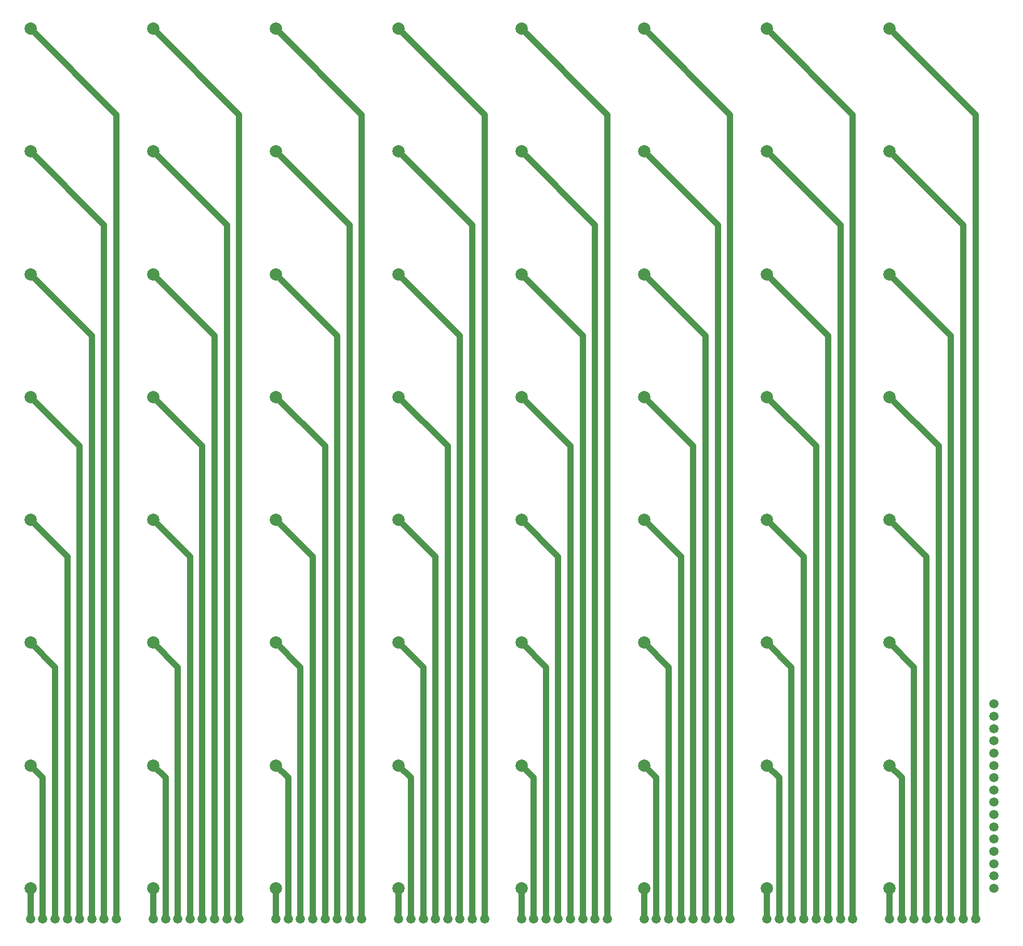
<source format=gbr>
%TF.GenerationSoftware,KiCad,Pcbnew,7.0.9*%
%TF.CreationDate,2024-01-01T16:10:15+05:30*%
%TF.ProjectId,Led_8x8Tower_Base,4c65645f-3878-4385-946f-7765725f4261,rev?*%
%TF.SameCoordinates,Original*%
%TF.FileFunction,Copper,L2,Bot*%
%TF.FilePolarity,Positive*%
%FSLAX46Y46*%
G04 Gerber Fmt 4.6, Leading zero omitted, Abs format (unit mm)*
G04 Created by KiCad (PCBNEW 7.0.9) date 2024-01-01 16:10:15*
%MOMM*%
%LPD*%
G01*
G04 APERTURE LIST*
%TA.AperFunction,ViaPad*%
%ADD10C,1.500000*%
%TD*%
%TA.AperFunction,ViaPad*%
%ADD11C,2.000000*%
%TD*%
%TA.AperFunction,Conductor*%
%ADD12C,1.000000*%
%TD*%
G04 APERTURE END LIST*
D10*
%TO.N,*%
X140000000Y-165000000D03*
X192000000Y-165000000D03*
X94000000Y-165000000D03*
D11*
X110000000Y-140000000D03*
D10*
X78000000Y-165000000D03*
X156000000Y-165000000D03*
D11*
X70000000Y-120000000D03*
D10*
X114000000Y-165000000D03*
X207000000Y-160000000D03*
D11*
X150000000Y-60000000D03*
D10*
X172000000Y-165000000D03*
X200000000Y-165000000D03*
X100000000Y-165000000D03*
D11*
X150000000Y-100000000D03*
X70000000Y-20000000D03*
D10*
X84000000Y-165000000D03*
X184000000Y-165000000D03*
X176000000Y-165000000D03*
D11*
X90000000Y-100000000D03*
X190000000Y-60000000D03*
X150000000Y-140000000D03*
X130000000Y-100000000D03*
X170000000Y-100000000D03*
X70000000Y-160000000D03*
D10*
X207000000Y-132000000D03*
D11*
X190000000Y-120000000D03*
D10*
X182000000Y-165000000D03*
X154000000Y-165000000D03*
D11*
X70000000Y-40000000D03*
D10*
X207000000Y-156000000D03*
X207000000Y-144000000D03*
X132000000Y-165000000D03*
X174000000Y-165000000D03*
X190000000Y-165000000D03*
X138000000Y-165000000D03*
X110000000Y-165000000D03*
D11*
X170000000Y-80000000D03*
D10*
X112000000Y-165000000D03*
X207000000Y-130000000D03*
X102000000Y-165000000D03*
X150000000Y-165000000D03*
D11*
X110000000Y-160000000D03*
X50000000Y-120000000D03*
X170000000Y-140000000D03*
D10*
X160000000Y-165000000D03*
D11*
X170000000Y-60000000D03*
X110000000Y-60000000D03*
D10*
X56000000Y-165000000D03*
X162000000Y-165000000D03*
D11*
X50000000Y-80000000D03*
X130000000Y-20000000D03*
D10*
X196000000Y-165000000D03*
X207000000Y-136000000D03*
D11*
X130000000Y-160000000D03*
X150000000Y-40000000D03*
D10*
X92000000Y-165000000D03*
D11*
X170000000Y-120000000D03*
D10*
X207000000Y-142000000D03*
X116000000Y-165000000D03*
X74000000Y-165000000D03*
X104000000Y-165000000D03*
X152000000Y-165000000D03*
X207000000Y-148000000D03*
X98000000Y-165000000D03*
D11*
X110000000Y-120000000D03*
D10*
X207000000Y-152000000D03*
X204000000Y-165000000D03*
X120000000Y-165000000D03*
D11*
X70000000Y-60000000D03*
X110000000Y-20000000D03*
X170000000Y-20000000D03*
D10*
X158000000Y-165000000D03*
D11*
X130000000Y-80000000D03*
D10*
X96000000Y-165000000D03*
X64000000Y-165000000D03*
X80000000Y-165000000D03*
X142000000Y-165000000D03*
X207000000Y-154000000D03*
X136000000Y-165000000D03*
X50000000Y-165000000D03*
D11*
X50000000Y-60000000D03*
X90000000Y-140000000D03*
X190000000Y-80000000D03*
D10*
X58000000Y-165000000D03*
D11*
X110000000Y-100000000D03*
D10*
X76000000Y-165000000D03*
D11*
X150000000Y-120000000D03*
X50000000Y-40000000D03*
D10*
X82000000Y-165000000D03*
X207000000Y-140000000D03*
X90000000Y-165000000D03*
X207000000Y-138000000D03*
D11*
X190000000Y-140000000D03*
X170000000Y-160000000D03*
D10*
X62000000Y-165000000D03*
X72000000Y-165000000D03*
X144000000Y-165000000D03*
D11*
X110000000Y-80000000D03*
X50000000Y-140000000D03*
X190000000Y-20000000D03*
X190000000Y-40000000D03*
X130000000Y-140000000D03*
D10*
X60000000Y-165000000D03*
X52000000Y-165000000D03*
D11*
X150000000Y-80000000D03*
X190000000Y-100000000D03*
X70000000Y-140000000D03*
D10*
X194000000Y-165000000D03*
D11*
X70000000Y-80000000D03*
D10*
X70000000Y-165000000D03*
X198000000Y-165000000D03*
D11*
X90000000Y-160000000D03*
X70000000Y-100000000D03*
D10*
X134000000Y-165000000D03*
D11*
X90000000Y-80000000D03*
X50000000Y-160000000D03*
D10*
X130000000Y-165000000D03*
X54000000Y-165000000D03*
D11*
X130000000Y-40000000D03*
X50000000Y-20000000D03*
X130000000Y-60000000D03*
X170000000Y-40000000D03*
D10*
X180000000Y-165000000D03*
D11*
X90000000Y-20000000D03*
X90000000Y-60000000D03*
D10*
X170000000Y-165000000D03*
X178000000Y-165000000D03*
D11*
X50000000Y-100000000D03*
D10*
X164000000Y-165000000D03*
X207000000Y-146000000D03*
X207000000Y-150000000D03*
X124000000Y-165000000D03*
X207000000Y-134000000D03*
X202000000Y-165000000D03*
X118000000Y-165000000D03*
D11*
X190000000Y-160000000D03*
D10*
X207000000Y-158000000D03*
D11*
X110000000Y-40000000D03*
X90000000Y-40000000D03*
X150000000Y-20000000D03*
X90000000Y-120000000D03*
X130000000Y-120000000D03*
D10*
X122000000Y-165000000D03*
D11*
X150000000Y-160000000D03*
%TD*%
D12*
%TO.N,*%
X162000000Y-165000000D02*
X162000000Y-52000000D01*
X170000000Y-160000000D02*
X170000000Y-165000000D01*
X96000000Y-106000000D02*
X90000000Y-100000000D01*
X84000000Y-34000000D02*
X84000000Y-165000000D01*
X202000000Y-165000000D02*
X202000000Y-52000000D01*
X90000000Y-140000000D02*
X92000000Y-142000000D01*
X50000000Y-140000000D02*
X52000000Y-142000000D01*
X76000000Y-165000000D02*
X76000000Y-106000000D01*
X82000000Y-52000000D02*
X70000000Y-40000000D01*
X74000000Y-165000000D02*
X74000000Y-124000000D01*
X154000000Y-165000000D02*
X154000000Y-124000000D01*
X114000000Y-165000000D02*
X114000000Y-124000000D01*
X54000000Y-165000000D02*
X54000000Y-124000000D01*
X64000000Y-34000000D02*
X64000000Y-165000000D01*
X156000000Y-106000000D02*
X150000000Y-100000000D01*
X52000000Y-142000000D02*
X52000000Y-165000000D01*
X56000000Y-106000000D02*
X50000000Y-100000000D01*
X78000000Y-88000000D02*
X70000000Y-80000000D01*
X58000000Y-88000000D02*
X50000000Y-80000000D01*
X78000000Y-165000000D02*
X78000000Y-88000000D01*
X70000000Y-160000000D02*
X70000000Y-165000000D01*
X54000000Y-124000000D02*
X50000000Y-120000000D01*
X96000000Y-165000000D02*
X96000000Y-106000000D01*
X150000000Y-20000000D02*
X164000000Y-34000000D01*
X58000000Y-165000000D02*
X58000000Y-88000000D01*
X94000000Y-124000000D02*
X90000000Y-120000000D01*
X94000000Y-165000000D02*
X94000000Y-124000000D01*
X182000000Y-52000000D02*
X170000000Y-40000000D01*
X170000000Y-20000000D02*
X184000000Y-34000000D01*
X100000000Y-165000000D02*
X100000000Y-70000000D01*
X130000000Y-140000000D02*
X132000000Y-142000000D01*
X62000000Y-165000000D02*
X62000000Y-52000000D01*
X134000000Y-124000000D02*
X130000000Y-120000000D01*
X162000000Y-52000000D02*
X150000000Y-40000000D01*
X200000000Y-70000000D02*
X190000000Y-60000000D01*
X194000000Y-124000000D02*
X190000000Y-120000000D01*
X154000000Y-124000000D02*
X150000000Y-120000000D01*
X112000000Y-142000000D02*
X112000000Y-165000000D01*
X144000000Y-34000000D02*
X144000000Y-165000000D01*
X124000000Y-34000000D02*
X124000000Y-165000000D01*
X132000000Y-142000000D02*
X132000000Y-165000000D01*
X174000000Y-124000000D02*
X170000000Y-120000000D01*
X138000000Y-165000000D02*
X138000000Y-88000000D01*
X192000000Y-142000000D02*
X192000000Y-165000000D01*
X114000000Y-124000000D02*
X110000000Y-120000000D01*
X160000000Y-70000000D02*
X150000000Y-60000000D01*
X178000000Y-88000000D02*
X170000000Y-80000000D01*
X60000000Y-70000000D02*
X50000000Y-60000000D01*
X122000000Y-165000000D02*
X122000000Y-52000000D01*
X50000000Y-20000000D02*
X64000000Y-34000000D01*
X196000000Y-165000000D02*
X196000000Y-106000000D01*
X134000000Y-165000000D02*
X134000000Y-124000000D01*
X180000000Y-70000000D02*
X170000000Y-60000000D01*
X70000000Y-140000000D02*
X72000000Y-142000000D01*
X150000000Y-160000000D02*
X150000000Y-165000000D01*
X120000000Y-70000000D02*
X110000000Y-60000000D01*
X196000000Y-106000000D02*
X190000000Y-100000000D01*
X158000000Y-165000000D02*
X158000000Y-88000000D01*
X190000000Y-140000000D02*
X192000000Y-142000000D01*
X136000000Y-165000000D02*
X136000000Y-106000000D01*
X90000000Y-160000000D02*
X90000000Y-165000000D01*
X62000000Y-52000000D02*
X50000000Y-40000000D01*
X110000000Y-140000000D02*
X112000000Y-142000000D01*
X118000000Y-88000000D02*
X110000000Y-80000000D01*
X158000000Y-88000000D02*
X150000000Y-80000000D01*
X122000000Y-52000000D02*
X110000000Y-40000000D01*
X98000000Y-88000000D02*
X90000000Y-80000000D01*
X176000000Y-106000000D02*
X170000000Y-100000000D01*
X174000000Y-165000000D02*
X174000000Y-124000000D01*
X98000000Y-165000000D02*
X98000000Y-88000000D01*
X198000000Y-88000000D02*
X190000000Y-80000000D01*
X172000000Y-142000000D02*
X172000000Y-165000000D01*
X138000000Y-88000000D02*
X130000000Y-80000000D01*
X120000000Y-165000000D02*
X120000000Y-70000000D01*
X110000000Y-20000000D02*
X124000000Y-34000000D01*
X82000000Y-165000000D02*
X82000000Y-52000000D01*
X140000000Y-70000000D02*
X130000000Y-60000000D01*
X102000000Y-165000000D02*
X102000000Y-52000000D01*
X150000000Y-140000000D02*
X152000000Y-142000000D01*
X90000000Y-20000000D02*
X104000000Y-34000000D01*
X100000000Y-70000000D02*
X90000000Y-60000000D01*
X110000000Y-160000000D02*
X110000000Y-165000000D01*
X80000000Y-70000000D02*
X70000000Y-60000000D01*
X198000000Y-165000000D02*
X198000000Y-88000000D01*
X170000000Y-140000000D02*
X172000000Y-142000000D01*
X202000000Y-52000000D02*
X190000000Y-40000000D01*
X116000000Y-106000000D02*
X110000000Y-100000000D01*
X204000000Y-34000000D02*
X204000000Y-165000000D01*
X200000000Y-165000000D02*
X200000000Y-70000000D01*
X102000000Y-52000000D02*
X90000000Y-40000000D01*
X142000000Y-165000000D02*
X142000000Y-52000000D01*
X104000000Y-34000000D02*
X104000000Y-165000000D01*
X130000000Y-20000000D02*
X144000000Y-34000000D01*
X190000000Y-160000000D02*
X190000000Y-165000000D01*
X136000000Y-106000000D02*
X130000000Y-100000000D01*
X56000000Y-165000000D02*
X56000000Y-106000000D01*
X142000000Y-52000000D02*
X130000000Y-40000000D01*
X164000000Y-34000000D02*
X164000000Y-165000000D01*
X184000000Y-34000000D02*
X184000000Y-165000000D01*
X74000000Y-124000000D02*
X70000000Y-120000000D01*
X160000000Y-165000000D02*
X160000000Y-70000000D01*
X176000000Y-165000000D02*
X176000000Y-106000000D01*
X194000000Y-165000000D02*
X194000000Y-124000000D01*
X178000000Y-165000000D02*
X178000000Y-88000000D01*
X140000000Y-165000000D02*
X140000000Y-70000000D01*
X130000000Y-160000000D02*
X130000000Y-165000000D01*
X118000000Y-165000000D02*
X118000000Y-88000000D01*
X80000000Y-165000000D02*
X80000000Y-70000000D01*
X116000000Y-165000000D02*
X116000000Y-106000000D01*
X180000000Y-165000000D02*
X180000000Y-70000000D01*
X156000000Y-165000000D02*
X156000000Y-106000000D01*
X50000000Y-160000000D02*
X50000000Y-165000000D01*
X70000000Y-20000000D02*
X84000000Y-34000000D01*
X152000000Y-142000000D02*
X152000000Y-165000000D01*
X190000000Y-20000000D02*
X204000000Y-34000000D01*
X182000000Y-165000000D02*
X182000000Y-52000000D01*
X76000000Y-106000000D02*
X70000000Y-100000000D01*
X60000000Y-165000000D02*
X60000000Y-70000000D01*
X72000000Y-142000000D02*
X72000000Y-165000000D01*
X92000000Y-142000000D02*
X92000000Y-165000000D01*
%TD*%
M02*

</source>
